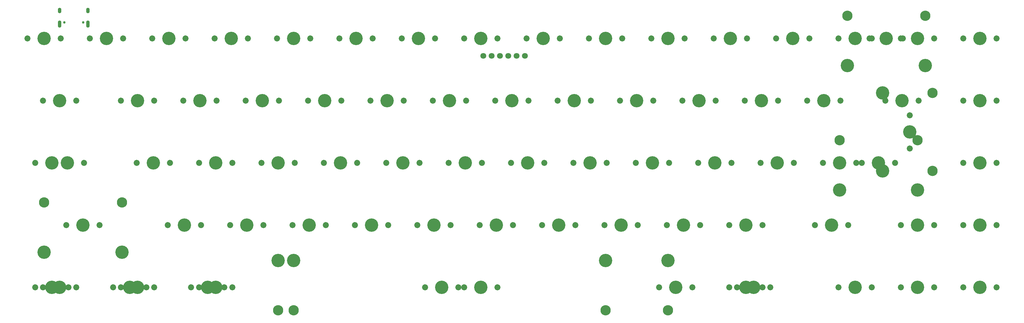
<source format=gbr>
G04 #@! TF.GenerationSoftware,KiCad,Pcbnew,(5.1.10)-1*
G04 #@! TF.CreationDate,2021-07-14T12:47:46+07:00*
G04 #@! TF.ProjectId,averange65,61766572-616e-4676-9536-352e6b696361,rev?*
G04 #@! TF.SameCoordinates,Original*
G04 #@! TF.FileFunction,Soldermask,Top*
G04 #@! TF.FilePolarity,Negative*
%FSLAX46Y46*%
G04 Gerber Fmt 4.6, Leading zero omitted, Abs format (unit mm)*
G04 Created by KiCad (PCBNEW (5.1.10)-1) date 2021-07-14 12:47:46*
%MOMM*%
%LPD*%
G01*
G04 APERTURE LIST*
%ADD10C,4.087800*%
%ADD11C,3.148000*%
%ADD12C,1.850000*%
%ADD13C,1.800000*%
%ADD14C,0.750000*%
%ADD15O,1.100000X2.200000*%
%ADD16O,1.100000X1.700000*%
G04 APERTURE END LIST*
D10*
X265430254Y-64579500D03*
X265430254Y-88455500D03*
D11*
X280670254Y-64579500D03*
X280670254Y-88455500D03*
D12*
X273685254Y-81597500D03*
X273685254Y-71437500D03*
D10*
X273685254Y-76517500D03*
X130810670Y-124143060D03*
D12*
X125730670Y-124143060D03*
X135890670Y-124143060D03*
D11*
X80810770Y-131128060D03*
X180810570Y-131128060D03*
D10*
X80810770Y-115888060D03*
X180810570Y-115888060D03*
D12*
X300197610Y-124143060D03*
X290037610Y-124143060D03*
D10*
X295117610Y-124143060D03*
D12*
X281147530Y-124143060D03*
X270987530Y-124143060D03*
D10*
X276067530Y-124143060D03*
D12*
X262097450Y-124143060D03*
X251937450Y-124143060D03*
D10*
X257017450Y-124143060D03*
D12*
X231141070Y-124143060D03*
X220981070Y-124143060D03*
D10*
X226061070Y-124143060D03*
D12*
X207328470Y-124143060D03*
X197168470Y-124143060D03*
D10*
X202248470Y-124143060D03*
D12*
X228759810Y-124143060D03*
X218599810Y-124143060D03*
D10*
X223679810Y-124143060D03*
X142716970Y-124143060D03*
D12*
X137636970Y-124143060D03*
X147796970Y-124143060D03*
D11*
X85566970Y-131128060D03*
X199866970Y-131128060D03*
D10*
X85566970Y-115888060D03*
X199866970Y-115888060D03*
D12*
X66834130Y-124143060D03*
X56674130Y-124143060D03*
D10*
X61754130Y-124143060D03*
D12*
X43021530Y-124143060D03*
X32861530Y-124143060D03*
D10*
X37941530Y-124143060D03*
D12*
X64452870Y-124143060D03*
X54292870Y-124143060D03*
D10*
X59372870Y-124143060D03*
D12*
X40640270Y-124143060D03*
X30480270Y-124143060D03*
D10*
X35560270Y-124143060D03*
D12*
X16827670Y-124143060D03*
X6667670Y-124143060D03*
D10*
X11747670Y-124143060D03*
D12*
X257333986Y-86042500D03*
X247173986Y-86042500D03*
D10*
X252253986Y-86042500D03*
D12*
X300196522Y-105092500D03*
X290036522Y-105092500D03*
D10*
X295116522Y-105092500D03*
D12*
X281146506Y-105092500D03*
X270986506Y-105092500D03*
D10*
X276066506Y-105092500D03*
D12*
X254952734Y-105092500D03*
X244792734Y-105092500D03*
D10*
X249872734Y-105092500D03*
D12*
X228758962Y-105092500D03*
X218598962Y-105092500D03*
D10*
X223678962Y-105092500D03*
D12*
X209708946Y-105092500D03*
X199548946Y-105092500D03*
D10*
X204628946Y-105092500D03*
D12*
X190658930Y-105092500D03*
X180498930Y-105092500D03*
D10*
X185578930Y-105092500D03*
D12*
X171608914Y-105092500D03*
X161448914Y-105092500D03*
D10*
X166528914Y-105092500D03*
D12*
X152558898Y-105092500D03*
X142398898Y-105092500D03*
D10*
X147478898Y-105092500D03*
D12*
X133508882Y-105092500D03*
X123348882Y-105092500D03*
D10*
X128428882Y-105092500D03*
D12*
X114458866Y-105092500D03*
X104298866Y-105092500D03*
D10*
X109378866Y-105092500D03*
D12*
X95408850Y-105092500D03*
X85248850Y-105092500D03*
D10*
X90328850Y-105092500D03*
D12*
X76358834Y-105092500D03*
X66198834Y-105092500D03*
D10*
X71278834Y-105092500D03*
D12*
X300196522Y-86042500D03*
X290036522Y-86042500D03*
D10*
X295116522Y-86042500D03*
D12*
X57308818Y-105092500D03*
X47148818Y-105092500D03*
D10*
X52228818Y-105092500D03*
X264160246Y-86042500D03*
D12*
X259080246Y-86042500D03*
X269240246Y-86042500D03*
D11*
X252253996Y-79057500D03*
X276066496Y-79057500D03*
D10*
X252253996Y-94297500D03*
X276066496Y-94297500D03*
X21272542Y-105092500D03*
D12*
X16192542Y-105092500D03*
X26352542Y-105092500D03*
D11*
X9366292Y-98107500D03*
X33178792Y-98107500D03*
D10*
X9366292Y-113347500D03*
X33178792Y-113347500D03*
D12*
X19208930Y-124143060D03*
X9048930Y-124143060D03*
D10*
X14128930Y-124143060D03*
D12*
X238283970Y-86042500D03*
X228123970Y-86042500D03*
D10*
X233203970Y-86042500D03*
D12*
X219233954Y-86042500D03*
X209073954Y-86042500D03*
D10*
X214153954Y-86042500D03*
D12*
X200183938Y-86042500D03*
X190023938Y-86042500D03*
D10*
X195103938Y-86042500D03*
D12*
X181133922Y-86042500D03*
X170973922Y-86042500D03*
D10*
X176053922Y-86042500D03*
D12*
X162083906Y-86042500D03*
X151923906Y-86042500D03*
D10*
X157003906Y-86042500D03*
D12*
X143033890Y-86042500D03*
X132873890Y-86042500D03*
D10*
X137953890Y-86042500D03*
D12*
X123983874Y-86042500D03*
X113823874Y-86042500D03*
D10*
X118903874Y-86042500D03*
D12*
X104933858Y-86042500D03*
X94773858Y-86042500D03*
D10*
X99853858Y-86042500D03*
D12*
X85883842Y-86042500D03*
X75723842Y-86042500D03*
D10*
X80803842Y-86042500D03*
D12*
X66833826Y-86042500D03*
X56673826Y-86042500D03*
D10*
X61753826Y-86042500D03*
D12*
X47783810Y-86042500D03*
X37623810Y-86042500D03*
D10*
X42703810Y-86042500D03*
D12*
X300196522Y-66992500D03*
X290036522Y-66992500D03*
D10*
X295116522Y-66992500D03*
D12*
X276384002Y-66992500D03*
X266224002Y-66992500D03*
D10*
X271304002Y-66992500D03*
D12*
X21590038Y-86042500D03*
X11430038Y-86042500D03*
D10*
X16510038Y-86042500D03*
D12*
X16827534Y-86042500D03*
X6667534Y-86042500D03*
D10*
X11747534Y-86042500D03*
D12*
X252571482Y-66992500D03*
X242411482Y-66992500D03*
D10*
X247491482Y-66992500D03*
D12*
X233521466Y-66992500D03*
X223361466Y-66992500D03*
D10*
X228441466Y-66992500D03*
D12*
X214471450Y-66992500D03*
X204311450Y-66992500D03*
D10*
X209391450Y-66992500D03*
D12*
X195421434Y-66992500D03*
X185261434Y-66992500D03*
D10*
X190341434Y-66992500D03*
D12*
X176371418Y-66992500D03*
X166211418Y-66992500D03*
D10*
X171291418Y-66992500D03*
D12*
X157321402Y-66992500D03*
X147161402Y-66992500D03*
D10*
X152241402Y-66992500D03*
D12*
X138271386Y-66992500D03*
X128111386Y-66992500D03*
D10*
X133191386Y-66992500D03*
D12*
X119221370Y-66992500D03*
X109061370Y-66992500D03*
D10*
X114141370Y-66992500D03*
D12*
X100171354Y-66992500D03*
X90011354Y-66992500D03*
D10*
X95091354Y-66992500D03*
D12*
X81121338Y-66992500D03*
X70961338Y-66992500D03*
D10*
X76041338Y-66992500D03*
D12*
X62071322Y-66992500D03*
X51911322Y-66992500D03*
D10*
X56991322Y-66992500D03*
D12*
X43021306Y-66992500D03*
X32861306Y-66992500D03*
D10*
X37941306Y-66992500D03*
D12*
X19208786Y-66992500D03*
X9048786Y-66992500D03*
D10*
X14128786Y-66992500D03*
X266541250Y-47942500D03*
D12*
X261461250Y-47942500D03*
X271621250Y-47942500D03*
D11*
X254635000Y-40957500D03*
X278447500Y-40957500D03*
D10*
X254635000Y-56197500D03*
X278447500Y-56197500D03*
D12*
X300196250Y-47942500D03*
X290036250Y-47942500D03*
D10*
X295116250Y-47942500D03*
D12*
X281146250Y-47942500D03*
X270986250Y-47942500D03*
D10*
X276066250Y-47942500D03*
D12*
X262096250Y-47942500D03*
X251936250Y-47942500D03*
D10*
X257016250Y-47942500D03*
D12*
X243046250Y-47942500D03*
X232886250Y-47942500D03*
D10*
X237966250Y-47942500D03*
D12*
X223996250Y-47942500D03*
X213836250Y-47942500D03*
D10*
X218916250Y-47942500D03*
D12*
X204946250Y-47942500D03*
X194786250Y-47942500D03*
D10*
X199866250Y-47942500D03*
D12*
X185896250Y-47942500D03*
X175736250Y-47942500D03*
D10*
X180816250Y-47942500D03*
D12*
X166846250Y-47942500D03*
X156686250Y-47942500D03*
D10*
X161766250Y-47942500D03*
D12*
X147796250Y-47942500D03*
X137636250Y-47942500D03*
D10*
X142716250Y-47942500D03*
D12*
X128746250Y-47942500D03*
X118586250Y-47942500D03*
D10*
X123666250Y-47942500D03*
D12*
X109696250Y-47942500D03*
X99536250Y-47942500D03*
D10*
X104616250Y-47942500D03*
D12*
X90646250Y-47942500D03*
X80486250Y-47942500D03*
D10*
X85566250Y-47942500D03*
D12*
X71596250Y-47942500D03*
X61436250Y-47942500D03*
D10*
X66516250Y-47942500D03*
D12*
X52546250Y-47942500D03*
X42386250Y-47942500D03*
D10*
X47466250Y-47942500D03*
D12*
X33496250Y-47942500D03*
X23336250Y-47942500D03*
D10*
X28416250Y-47942500D03*
D12*
X14446250Y-47942500D03*
X4286250Y-47942500D03*
D10*
X9366250Y-47942500D03*
D13*
X146018250Y-53276500D03*
X143478250Y-53276500D03*
X153638250Y-53276500D03*
X151098250Y-53276500D03*
X148558250Y-53276500D03*
X156178250Y-53276500D03*
D14*
X21343850Y-43042500D03*
X15563850Y-43042500D03*
D15*
X14133850Y-43572500D03*
X22773850Y-43572500D03*
D16*
X14133850Y-39392500D03*
X22773850Y-39392500D03*
M02*

</source>
